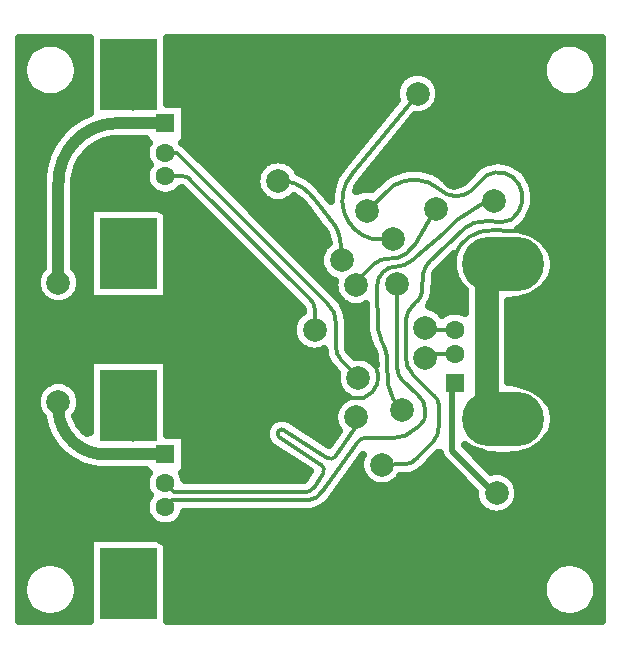
<source format=gbr>
G04 DipTrace 3.0.0.2*
G04 Bottom.gbr*
%MOIN*%
G04 #@! TF.FileFunction,Copper,L2,Bot*
G04 #@! TF.Part,Single*
G04 #@! TA.AperFunction,Conductor*
%ADD14C,0.019685*%
%ADD15C,0.011811*%
%ADD16C,0.03937*%
G04 #@! TA.AperFunction,ViaPad*
%ADD17C,0.07874*%
G04 #@! TA.AperFunction,CopperBalancing*
%ADD18C,0.025*%
G04 #@! TA.AperFunction,Nonconductor*
%ADD20O,0.273228X0.182677*%
G04 #@! TA.AperFunction,ComponentPad*
%ADD29R,0.062992X0.062992*%
%ADD30C,0.062992*%
%ADD31C,0.15748*%
%FSLAX26Y26*%
G04*
G70*
G90*
G75*
G01*
G04 Bottom*
%LPD*%
X1531496Y1527559D2*
D15*
Y1537402D1*
X1592520Y1598425D1*
G02X1639370Y1615354I44157J-48910D01*
G01*
G03X1698697Y1631919I5959J93183D01*
G01*
G03X1732749Y1668808I-97617J124270D01*
G01*
X1793802Y1777601D1*
X1799213Y1779528D1*
X1860236Y1377953D2*
X1767717D1*
X1759843Y1385827D1*
X1860236Y1299213D2*
X1775591D1*
X1759843Y1283465D1*
X895669Y787402D2*
X919291Y811024D1*
X1374206D1*
G03X1417004Y838135I-4438J54342D01*
G01*
X1527139Y992318D1*
X1532843Y1000302D1*
G02X1567717Y1018898I32366J-18700D01*
G01*
X1662130Y1018923D1*
G03X1693273Y1025094I3300J65006D01*
G01*
X1719268Y1041970D1*
X1738818Y1054661D1*
G03X1762756Y1108312I-27726J44537D01*
G01*
G03X1735909Y1163404I-72219J-1106D01*
G01*
X1687008Y1208268D1*
G02X1669291Y1247140I33954J38948D01*
G01*
Y1531496D1*
X895669Y866142D2*
X924803Y837008D1*
X1364567D1*
G03X1390157Y852362I-4343J36241D01*
G01*
X1420835Y898961D1*
G03X1415172Y928957I-17826J12167D01*
G01*
X1275591Y1019685D1*
G02X1294585Y1042618I8847J12006D01*
G01*
X1435419Y951076D1*
G03X1462105Y954801I10561J21794D01*
G01*
X1556718Y1095021D1*
X1531496Y1086614D1*
X1393701Y1377953D2*
Y1447753D1*
G03X1378125Y1480143I-44911J-1657D01*
G01*
X979244Y1879024D1*
G03X954631Y1889764I-22525J-18047D01*
G01*
X895669D1*
X1539370Y1216535D2*
Y1220472D1*
X1481227Y1278615D1*
G02X1464567Y1317324I43089J41485D01*
G01*
Y1397244D1*
G03X1434495Y1467080I-82457J5886D01*
G01*
X933071Y1968504D1*
X895669D1*
X980315Y1578740D2*
D14*
Y1706693D1*
X895669Y1791339D1*
X1007874Y688976D2*
X895669D1*
X1342520Y1724409D2*
D15*
X1318898D1*
X1173228Y1870079D1*
Y2059055D1*
X1401575Y2287402D1*
X1834646D1*
X1838583Y2291339D1*
Y1885827D1*
X1858268D1*
X1535433Y1326772D2*
Y1429134D1*
X1374016Y1590551D1*
Y1692913D1*
X1342520Y1724409D1*
X1860236Y1476378D2*
Y1625197D1*
G02X1985052Y1710043I119448J-41487D01*
G01*
X2124392Y1705319D1*
G02X2211811Y1588765I-25686J-110326D01*
G01*
Y869291D1*
G02X2154724Y747244I-130098J-13522D01*
G01*
G02X1904587Y681102I-249693J438239D01*
G01*
X1015748D1*
X1007874Y688976D1*
X980315Y1578740D2*
Y1531496D1*
X1188976Y1322835D1*
X1359449Y1152362D1*
X1557874D1*
G03X1595669Y1258661I-25677J68999D01*
G01*
X1584344Y1277861D1*
X1535433Y1326772D1*
X895669Y688976D2*
X665354D1*
X433071Y921260D1*
Y1228346D1*
X527559Y1322835D1*
X1188976D1*
X539370Y1137795D2*
D16*
G03X672864Y964567I155301J-18373D01*
G01*
X895669D1*
Y2066929D2*
X731496D1*
G03X539370Y1865703I5388J-197476D01*
G01*
Y1535433D1*
X2000000Y834646D2*
D14*
X1992126D1*
X1852756Y974016D1*
Y1200787D1*
X1860236D1*
X1653543Y1681102D2*
D15*
X1584646D1*
G02X1519291Y1898819I34187J128930D01*
G01*
X1736220Y2165354D1*
X1484252Y1610236D2*
X1480709D1*
Y1654331D1*
G03X1443444Y1748196I-132448J1747D01*
G01*
X1398224Y1807399D1*
X1375197Y1833465D1*
G03X1271654Y1874016I-92846J-84602D01*
G01*
X1992126Y1807087D2*
X1960630Y1803150D1*
X1866339Y1743898D1*
X1821766Y1699325D1*
X1733930Y1622705D1*
X1723228Y1612992D1*
G02X1690945Y1593307I-56900J57001D01*
G01*
X1662598Y1588976D1*
G03X1620472Y1570079I691J-57943D01*
G01*
G03X1602362Y1526753I37695J-41205D01*
G01*
X1605118Y1379134D1*
G03X1615748Y1343307I80407J4367D01*
G01*
X1622047Y1330315D1*
G02X1635875Y1273919I-129221J-61578D01*
G01*
X1637795Y1196322D1*
G03X1685039Y1110236I150608J26648D01*
G01*
X1618110Y929134D2*
X1692913Y929528D1*
G03X1735577Y951325I-3287J59085D01*
G01*
X1787008Y1002756D1*
G03X1807087Y1056293I-60540J53239D01*
G01*
Y1129283D1*
G03X1791929Y1158071I-38011J-1630D01*
G01*
X1721654Y1228346D1*
G02X1696850Y1288929I55128J57939D01*
G01*
Y1411684D1*
G02X1723093Y1462403I85609J-12147D01*
G01*
X1718898Y1456693D1*
X1735055Y1472850D1*
G03X1751969Y1508726I-40863J41189D01*
G01*
X1755906Y1567717D1*
G02X1775591Y1605118I75800J-16014D01*
G01*
X1890551Y1715354D1*
G02X1962907Y1740157I66323J-75538D01*
G01*
X2021654Y1738583D1*
G03X2047678Y1745336I-342J54841D01*
G01*
X2055374Y1751387D1*
G03X2074803Y1862205I-59308J67510D01*
G01*
G03X1964173Y1892520I-70027J-38531D01*
G01*
X1918115Y1843243D1*
G02X1807105Y1848669I-52628J61570D01*
G01*
G03X1656693Y1859843I-83019J-99592D01*
G01*
X1649606Y1854331D1*
X1566929Y1775591D1*
X1966535Y1597244D2*
D17*
Y1079921D1*
X1759843Y1385827D3*
Y1283465D3*
X1393701Y1377953D3*
X1539370Y1216535D3*
X1669291Y1531496D3*
X1531496Y1086614D3*
X1535433Y1326772D3*
X539370Y1535433D3*
Y1137795D3*
X980315Y1578740D3*
X1007874Y688976D3*
X2000000Y834646D3*
X1685039Y1110236D3*
X1838583Y2291339D3*
X1858268Y1885827D3*
X1401575Y2287402D3*
X1271654Y1874016D3*
X1484252Y1610236D3*
X1342520Y1724409D3*
X1799213Y1779528D3*
X1531496Y1527559D3*
X1992126Y1807087D3*
X1566929Y1775591D3*
X1618110Y929134D3*
X1736220Y2165354D3*
X1653543Y1681102D3*
X408701Y2324836D2*
D18*
X466518D1*
X557065D2*
X643032D1*
X904965D2*
X2198842D1*
X2289389D2*
X2347182D1*
X408701Y2299967D2*
X437026D1*
X586606D2*
X643032D1*
X904965D2*
X2169301D1*
X2318881D2*
X2347182D1*
X408701Y2275098D2*
X423354D1*
X600278D2*
X643032D1*
X904965D2*
X2155629D1*
X2332553D2*
X2347182D1*
X605454Y2250230D2*
X643032D1*
X904965D2*
X2150454D1*
X603745Y2225361D2*
X643032D1*
X904965D2*
X1692934D1*
X1779526D2*
X2152163D1*
X408701Y2200492D2*
X429018D1*
X594614D2*
X643032D1*
X904965D2*
X1670229D1*
X1802182D2*
X2161294D1*
X2326889D2*
X2347182D1*
X408701Y2175623D2*
X448794D1*
X574790D2*
X643032D1*
X904965D2*
X1661879D1*
X1810532D2*
X2181069D1*
X2307114D2*
X2347182D1*
X408701Y2150755D2*
X643032D1*
X904965D2*
X1662661D1*
X1809799D2*
X2347182D1*
X408701Y2125886D2*
X643032D1*
X962827D2*
X1651235D1*
X1799594D2*
X2347182D1*
X408701Y2101017D2*
X639565D1*
X962827D2*
X1630971D1*
X1772251D2*
X2347182D1*
X408701Y2076148D2*
X593178D1*
X962827D2*
X1610756D1*
X1716489D2*
X2347182D1*
X408701Y2051280D2*
X562563D1*
X962827D2*
X1590493D1*
X1696274D2*
X2347182D1*
X408701Y2026411D2*
X539370D1*
X962827D2*
X1570229D1*
X1676010D2*
X2347182D1*
X408701Y2001542D2*
X521694D1*
X680503D2*
X837563D1*
X956430D2*
X1550014D1*
X1655796D2*
X2347182D1*
X408701Y1976673D2*
X508266D1*
X642514D2*
X829018D1*
X982651D2*
X1529751D1*
X1635532D2*
X2347182D1*
X408701Y1951804D2*
X498159D1*
X620688D2*
X830678D1*
X1007553D2*
X1509536D1*
X1615317D2*
X2347182D1*
X408701Y1926936D2*
X490883D1*
X606870D2*
X840249D1*
X1032407D2*
X1219497D1*
X1323813D2*
X1489272D1*
X1595053D2*
X1943178D1*
X2066391D2*
X2347182D1*
X408701Y1902067D2*
X486342D1*
X598667D2*
X829653D1*
X1057260D2*
X1202260D1*
X1344516D2*
X1470717D1*
X1574838D2*
X1650747D1*
X1797592D2*
X1917104D1*
X2096616D2*
X2347182D1*
X408701Y1877198D2*
X484340D1*
X595102D2*
X829702D1*
X1082163D2*
X1196645D1*
X1387827D2*
X1457778D1*
X1554575D2*
X1614467D1*
X1836313D2*
X1893862D1*
X2113413D2*
X2347182D1*
X408701Y1852329D2*
X483999D1*
X594712D2*
X840444D1*
X1107016D2*
X1199917D1*
X1413169D2*
X1449331D1*
X1537192D2*
X1588344D1*
X2122983D2*
X2347182D1*
X408701Y1827461D2*
X483999D1*
X594712D2*
X875796D1*
X915561D2*
X973061D1*
X1131870D2*
X1213491D1*
X2127085D2*
X2347182D1*
X408701Y1802592D2*
X483999D1*
X594712D2*
X997915D1*
X1156723D2*
X1256411D1*
X1286899D2*
X1347817D1*
X2126303D2*
X2347182D1*
X408701Y1777723D2*
X483999D1*
X594712D2*
X641469D1*
X903403D2*
X1022768D1*
X1181626D2*
X1369204D1*
X2120737D2*
X2347182D1*
X408701Y1752854D2*
X483999D1*
X594712D2*
X641469D1*
X903403D2*
X1047671D1*
X1206479D2*
X1388198D1*
X2109116D2*
X2347182D1*
X408701Y1727986D2*
X483999D1*
X594712D2*
X641469D1*
X903403D2*
X1072524D1*
X1231333D2*
X1407192D1*
X2089731D2*
X2347182D1*
X408701Y1703117D2*
X483999D1*
X594712D2*
X641469D1*
X903403D2*
X1097378D1*
X1256235D2*
X1426186D1*
X2111118D2*
X2347182D1*
X408701Y1678248D2*
X483999D1*
X594712D2*
X641469D1*
X903501D2*
X1122280D1*
X1281088D2*
X1436342D1*
X2152329D2*
X2347182D1*
X408701Y1653379D2*
X483999D1*
X594712D2*
X641469D1*
X903403D2*
X1147133D1*
X1305942D2*
X1423403D1*
X2173911D2*
X2347182D1*
X408701Y1628510D2*
X483999D1*
X594712D2*
X641469D1*
X903403D2*
X1171987D1*
X1330844D2*
X1411538D1*
X2187241D2*
X2347182D1*
X408701Y1603642D2*
X483999D1*
X594712D2*
X641469D1*
X903403D2*
X1196840D1*
X1355698D2*
X1409487D1*
X1832993D2*
X1850161D1*
X2193149D2*
X2347182D1*
X408701Y1578773D2*
X478676D1*
X600083D2*
X641469D1*
X903403D2*
X1221743D1*
X1380551D2*
X1416372D1*
X1807065D2*
X1852651D1*
X2190659D2*
X2347182D1*
X408701Y1553904D2*
X466713D1*
X612046D2*
X641469D1*
X903403D2*
X1246596D1*
X1405454D2*
X1436049D1*
X1796665D2*
X1859292D1*
X2184018D2*
X2347182D1*
X408701Y1529035D2*
X464614D1*
X614145D2*
X641469D1*
X903403D2*
X1271450D1*
X1430307D2*
X1456460D1*
X1795004D2*
X1875307D1*
X2165903D2*
X2347182D1*
X408701Y1504167D2*
X471401D1*
X607358D2*
X641469D1*
X903403D2*
X1296352D1*
X1793296D2*
X1891469D1*
X2136606D2*
X2347182D1*
X408701Y1479298D2*
X490883D1*
X587827D2*
X1321206D1*
X1787338D2*
X1891469D1*
X2080307D2*
X2347182D1*
X408701Y1454429D2*
X1346059D1*
X1494858D2*
X1562124D1*
X1785971D2*
X1891469D1*
X2041587D2*
X2347182D1*
X408701Y1429560D2*
X1340200D1*
X1503403D2*
X1562612D1*
X2041587D2*
X2347182D1*
X408701Y1404692D2*
X1323745D1*
X1506186D2*
X1563051D1*
X2041587D2*
X2347182D1*
X408701Y1379823D2*
X1318667D1*
X1506137D2*
X1563540D1*
X2041587D2*
X2347182D1*
X408701Y1354954D2*
X1322378D1*
X1506137D2*
X1567006D1*
X2041587D2*
X2347182D1*
X408701Y1330085D2*
X1336684D1*
X1506137D2*
X1576186D1*
X2041587D2*
X2347182D1*
X408701Y1305217D2*
X1424087D1*
X1512387D2*
X1587661D1*
X2041587D2*
X2347182D1*
X408701Y1280348D2*
X1431264D1*
X1576401D2*
X1593569D1*
X2041587D2*
X2347182D1*
X408701Y1255479D2*
X640688D1*
X902622D2*
X1447085D1*
X2041587D2*
X2347182D1*
X408701Y1230610D2*
X640688D1*
X902622D2*
X1465688D1*
X2041587D2*
X2347182D1*
X408701Y1205741D2*
X511440D1*
X567319D2*
X640688D1*
X902622D2*
X1465102D1*
X2041587D2*
X2347182D1*
X408701Y1180873D2*
X478481D1*
X600229D2*
X640688D1*
X902622D2*
X1473696D1*
X2124838D2*
X2347182D1*
X408701Y1156004D2*
X466616D1*
X612094D2*
X640688D1*
X902622D2*
X1496889D1*
X2159848D2*
X2347182D1*
X408701Y1131135D2*
X464614D1*
X614096D2*
X640688D1*
X902622D2*
X1471694D1*
X2178891D2*
X2347182D1*
X408701Y1106266D2*
X471547D1*
X607212D2*
X640688D1*
X902622D2*
X1459145D1*
X2188803D2*
X2347182D1*
X408701Y1081398D2*
X486684D1*
X601059D2*
X640688D1*
X903745D2*
X1260854D1*
X1307944D2*
X1456606D1*
X2193930D2*
X2347182D1*
X408701Y1056529D2*
X492885D1*
X615268D2*
X640688D1*
X902622D2*
X1233999D1*
X1347397D2*
X1462954D1*
X2189145D2*
X2347182D1*
X408701Y1031660D2*
X502504D1*
X902622D2*
X1227944D1*
X1385629D2*
X1464321D1*
X2179917D2*
X2347182D1*
X408701Y1006791D2*
X516030D1*
X962827D2*
X1234047D1*
X1423911D2*
X1447524D1*
X2160971D2*
X2347182D1*
X408701Y981923D2*
X534438D1*
X962827D2*
X1259487D1*
X2126889D2*
X2347182D1*
X408701Y957054D2*
X560610D1*
X962827D2*
X1297719D1*
X1933042D2*
X2009340D1*
X2033969D2*
X2347182D1*
X408701Y932185D2*
X599282D1*
X962827D2*
X1336001D1*
X1774204D2*
X1831264D1*
X1957895D2*
X2347182D1*
X408701Y907316D2*
X828481D1*
X962827D2*
X1374282D1*
X1516928D2*
X1546401D1*
X1747251D2*
X1856118D1*
X1982797D2*
X2347182D1*
X408701Y882448D2*
X830581D1*
X960776D2*
X1360659D1*
X1499204D2*
X1560073D1*
X1676157D2*
X1880971D1*
X2057065D2*
X2347182D1*
X408701Y857579D2*
X829067D1*
X1481430D2*
X1603628D1*
X1632602D2*
X1905874D1*
X2071323D2*
X2347182D1*
X408701Y832710D2*
X837807D1*
X1463657D2*
X1924965D1*
X2075034D2*
X2347182D1*
X408701Y807841D2*
X831801D1*
X1446128D2*
X1930092D1*
X2069907D2*
X2347182D1*
X408701Y782972D2*
X828628D1*
X1416684D2*
X1946547D1*
X2053452D2*
X2347182D1*
X408701Y758104D2*
X835512D1*
X955844D2*
X2347182D1*
X408701Y733235D2*
X857827D1*
X933530D2*
X2347182D1*
X408701Y708366D2*
X2347182D1*
X408701Y683497D2*
X641469D1*
X903403D2*
X2347182D1*
X408701Y658629D2*
X641469D1*
X903403D2*
X2347182D1*
X408701Y633760D2*
X641469D1*
X903403D2*
X2347182D1*
X408701Y608891D2*
X641469D1*
X903403D2*
X2347182D1*
X408701Y584022D2*
X453335D1*
X570297D2*
X641469D1*
X903403D2*
X2185610D1*
X2302573D2*
X2347182D1*
X408701Y559154D2*
X431167D1*
X592465D2*
X641469D1*
X903452D2*
X2163442D1*
X2324741D2*
X2347182D1*
X602866Y534285D2*
X641469D1*
X903403D2*
X2153042D1*
X605649Y509416D2*
X641469D1*
X903403D2*
X2150258D1*
X408701Y484547D2*
X422085D1*
X601499D2*
X641469D1*
X903403D2*
X2154409D1*
X2333823D2*
X2347238D1*
X408701Y459678D2*
X434292D1*
X589340D2*
X641469D1*
X903403D2*
X2166567D1*
X2321616D2*
X2347182D1*
X408701Y434810D2*
X460122D1*
X563510D2*
X641469D1*
X903403D2*
X2192397D1*
X2295786D2*
X2347182D1*
X408701Y409941D2*
X641469D1*
X903403D2*
X2347182D1*
X2335184Y504642D2*
X2332941Y490481D1*
X2328511Y476845D1*
X2322001Y464070D1*
X2313574Y452470D1*
X2303435Y442332D1*
X2291836Y433904D1*
X2279061Y427395D1*
X2265425Y422964D1*
X2251263Y420721D1*
X2236926D1*
X2222764Y422964D1*
X2209128Y427395D1*
X2196353Y433904D1*
X2184754Y442332D1*
X2174615Y452470D1*
X2166188Y464070D1*
X2159678Y476845D1*
X2155248Y490481D1*
X2153005Y504642D1*
Y518980D1*
X2155248Y533141D1*
X2159678Y546777D1*
X2166188Y559552D1*
X2174615Y571152D1*
X2184754Y581290D1*
X2196353Y589718D1*
X2209128Y596227D1*
X2222764Y600658D1*
X2236926Y602901D1*
X2251263D1*
X2265425Y600658D1*
X2279061Y596227D1*
X2291836Y589718D1*
X2303435Y581290D1*
X2313574Y571152D1*
X2322001Y559552D1*
X2328511Y546777D1*
X2332941Y533141D1*
X2335184Y518980D1*
Y504642D1*
X602901Y2236926D2*
X600658Y2222764D1*
X596227Y2209128D1*
X589718Y2196353D1*
X581290Y2184754D1*
X571152Y2174615D1*
X559552Y2166188D1*
X546777Y2159678D1*
X533141Y2155248D1*
X518980Y2153005D1*
X504642D1*
X490481Y2155248D1*
X476845Y2159678D1*
X464070Y2166188D1*
X452470Y2174615D1*
X442332Y2184754D1*
X433904Y2196353D1*
X427395Y2209128D1*
X422964Y2222764D1*
X420721Y2236926D1*
Y2251263D1*
X422964Y2265425D1*
X427395Y2279061D1*
X433904Y2291836D1*
X442332Y2303435D1*
X452470Y2313574D1*
X464070Y2322001D1*
X476845Y2328511D1*
X490481Y2332941D1*
X504642Y2335184D1*
X518980D1*
X533141Y2332941D1*
X546777Y2328511D1*
X559552Y2322001D1*
X571152Y2313574D1*
X581290Y2303435D1*
X589718Y2291836D1*
X596227Y2279061D1*
X600658Y2265425D1*
X602901Y2251263D1*
Y2236926D1*
X2335184D2*
X2332941Y2222764D1*
X2328511Y2209128D1*
X2322001Y2196353D1*
X2313574Y2184754D1*
X2303435Y2174615D1*
X2291836Y2166188D1*
X2279061Y2159678D1*
X2265425Y2155248D1*
X2251263Y2153005D1*
X2236926D1*
X2222764Y2155248D1*
X2209128Y2159678D1*
X2196353Y2166188D1*
X2184754Y2174615D1*
X2174615Y2184754D1*
X2166188Y2196353D1*
X2159678Y2209128D1*
X2155248Y2222764D1*
X2153005Y2236926D1*
Y2251263D1*
X2155248Y2265425D1*
X2159678Y2279061D1*
X2166188Y2291836D1*
X2174615Y2303435D1*
X2184754Y2313574D1*
X2196353Y2322001D1*
X2209128Y2328511D1*
X2222764Y2332941D1*
X2236926Y2335184D1*
X2251263D1*
X2265425Y2332941D1*
X2279061Y2328511D1*
X2291836Y2322001D1*
X2303435Y2313574D1*
X2313574Y2303435D1*
X2322001Y2291836D1*
X2328511Y2279061D1*
X2332941Y2265425D1*
X2335184Y2251263D1*
Y2236926D1*
X602901Y504642D2*
X600658Y490481D1*
X596227Y476845D1*
X589718Y464070D1*
X581290Y452470D1*
X571152Y442332D1*
X559552Y433904D1*
X546777Y427395D1*
X533141Y422964D1*
X518980Y420721D1*
X504642D1*
X490481Y422964D1*
X476845Y427395D1*
X464070Y433904D1*
X452470Y442332D1*
X442332Y452470D1*
X433904Y464070D1*
X427395Y476845D1*
X422964Y490481D1*
X420721Y504642D1*
Y518980D1*
X422964Y533141D1*
X427395Y546777D1*
X433904Y559552D1*
X442332Y571152D1*
X452470Y581290D1*
X464070Y589718D1*
X476845Y596227D1*
X490481Y600658D1*
X504642Y602901D1*
X518980D1*
X533141Y600658D1*
X546777Y596227D1*
X559552Y589718D1*
X571152Y581290D1*
X581290Y571152D1*
X589718Y559552D1*
X596227Y546777D1*
X600658Y533141D1*
X602901Y518980D1*
Y504642D1*
X900080Y1029248D2*
X960350D1*
Y899886D1*
X950829D1*
X955427Y890894D1*
X958563Y881241D1*
X959575Y876083D1*
X1359032Y876099D1*
X1378691Y906035D1*
X1251495Y988920D1*
X1247409Y992381D1*
X1241746Y998643D1*
X1238537Y1003240D1*
X1234676Y1010749D1*
X1232759Y1016017D1*
X1230962Y1024267D1*
X1230466Y1029850D1*
X1230854Y1038285D1*
X1231812Y1043808D1*
X1234358Y1051859D1*
X1236706Y1056949D1*
X1241239Y1064072D1*
X1244818Y1068387D1*
X1251032Y1074103D1*
X1255602Y1077350D1*
X1263078Y1081274D1*
X1268329Y1083235D1*
X1276564Y1085101D1*
X1282143Y1085644D1*
X1290581Y1085328D1*
X1296112Y1084416D1*
X1304206Y1081928D1*
X1309293Y1079633D1*
X1316455Y1075160D1*
X1441287Y993884D1*
X1474026Y1042357D1*
X1469633Y1048704D1*
X1464464Y1058849D1*
X1460946Y1069677D1*
X1459165Y1080922D1*
Y1092307D1*
X1460946Y1103552D1*
X1464464Y1114380D1*
X1469633Y1124524D1*
X1476325Y1133735D1*
X1484375Y1141786D1*
X1493586Y1148478D1*
X1503427Y1153507D1*
X1496723Y1157837D1*
X1488066Y1165231D1*
X1480672Y1173889D1*
X1474723Y1183596D1*
X1470366Y1194115D1*
X1467708Y1205185D1*
X1466815Y1216535D1*
X1467708Y1227886D1*
X1469321Y1235251D1*
X1451491Y1253241D1*
X1444011Y1262440D1*
X1437686Y1272468D1*
X1432607Y1283181D1*
X1428847Y1294425D1*
X1426460Y1306039D1*
X1425732Y1312846D1*
X1416122Y1308949D1*
X1405051Y1306291D1*
X1393701Y1305398D1*
X1382351Y1306291D1*
X1371280Y1308949D1*
X1360761Y1313306D1*
X1351054Y1319254D1*
X1342397Y1326649D1*
X1335002Y1335306D1*
X1329054Y1345013D1*
X1324697Y1355532D1*
X1322039Y1366603D1*
X1321146Y1377953D1*
X1322039Y1389303D1*
X1324697Y1400374D1*
X1329054Y1410892D1*
X1335002Y1420600D1*
X1342397Y1429257D1*
X1351054Y1436651D1*
X1354625Y1439037D1*
X1354610Y1445843D1*
X1352100Y1450903D1*
X952298Y1850688D1*
X944853Y1847757D1*
X937676Y1840580D1*
X929465Y1834614D1*
X920422Y1830006D1*
X910769Y1826870D1*
X900744Y1825282D1*
X890594D1*
X880570Y1826870D1*
X870917Y1830006D1*
X861874Y1834614D1*
X853662Y1840580D1*
X846485Y1847757D1*
X840520Y1855968D1*
X835912Y1865011D1*
X832775Y1874664D1*
X831188Y1884689D1*
Y1894839D1*
X832775Y1904863D1*
X835912Y1914516D1*
X840520Y1923560D1*
X844385Y1929107D1*
X840520Y1934708D1*
X835912Y1943752D1*
X832775Y1953404D1*
X831188Y1963429D1*
Y1973579D1*
X832775Y1983603D1*
X835912Y1993256D1*
X840491Y2002248D1*
X830988D1*
Y2014113D1*
X733316Y2014059D1*
X718745Y2012933D1*
X704842Y2010481D1*
X691244Y2006685D1*
X678081Y2001581D1*
X665479Y1995218D1*
X653557Y1987657D1*
X642429Y1978969D1*
X632201Y1969238D1*
X622970Y1958556D1*
X614826Y1947025D1*
X607844Y1934754D1*
X602092Y1921861D1*
X597624Y1908469D1*
X594484Y1894705D1*
X592700Y1880701D1*
X592240Y1853203D1*
Y1585088D1*
X598068Y1578080D1*
X604017Y1568372D1*
X608374Y1557854D1*
X611032Y1546783D1*
X611925Y1535433D1*
X611032Y1524083D1*
X608374Y1513012D1*
X604017Y1502494D1*
X598068Y1492786D1*
X590674Y1484129D1*
X582017Y1476735D1*
X572309Y1470786D1*
X561791Y1466429D1*
X550720Y1463771D1*
X539370Y1462878D1*
X528020Y1463771D1*
X516949Y1466429D1*
X506431Y1470786D1*
X496723Y1476735D1*
X488066Y1484129D1*
X480672Y1492786D1*
X474723Y1502494D1*
X470366Y1513012D1*
X467708Y1524083D1*
X466815Y1535433D1*
X467708Y1546783D1*
X470366Y1557854D1*
X474723Y1568372D1*
X480672Y1578080D1*
X486510Y1585054D1*
X486523Y1867281D1*
X487505Y1891702D1*
X490862Y1915911D1*
X496564Y1939677D1*
X504556Y1962774D1*
X514762Y1984981D1*
X527084Y2006088D1*
X541406Y2025893D1*
X557590Y2044207D1*
X575483Y2060856D1*
X594914Y2075680D1*
X615698Y2088540D1*
X637637Y2099312D1*
X645515Y2102359D1*
X645555Y2349762D1*
X406201Y2349705D1*
Y406201D1*
X643945D1*
X643980Y684760D1*
X900902D1*
X900950Y576892D1*
X901295Y568110D1*
X900902Y547260D1*
Y406195D1*
X2349705Y406201D1*
Y2349705D1*
X902488D1*
X902476Y2131650D1*
X960350Y2131610D1*
Y2002248D1*
X952782D1*
X958458Y1998229D1*
X1040262Y1916596D1*
X1462010Y1494847D1*
X1466849Y1494620D1*
X1462492Y1505138D1*
X1459834Y1516209D1*
X1458941Y1527559D1*
X1459834Y1538909D1*
X1460394Y1541725D1*
X1451313Y1545589D1*
X1441605Y1551538D1*
X1432948Y1558932D1*
X1425554Y1567589D1*
X1419605Y1577297D1*
X1415248Y1587815D1*
X1412590Y1598886D1*
X1411697Y1610236D1*
X1412590Y1621586D1*
X1415248Y1632657D1*
X1419605Y1643176D1*
X1425554Y1652883D1*
X1432948Y1661540D1*
X1440679Y1668204D1*
X1438684Y1679036D1*
X1434932Y1690597D1*
X1429709Y1701571D1*
X1423103Y1711774D1*
X1412378Y1724468D1*
X1367870Y1782740D1*
X1346837Y1806524D1*
X1338014Y1814997D1*
X1328897Y1821702D1*
X1322958Y1822712D1*
X1314300Y1815317D1*
X1304593Y1809369D1*
X1294074Y1805012D1*
X1283004Y1802354D1*
X1271654Y1801461D1*
X1260303Y1802354D1*
X1249233Y1805012D1*
X1238714Y1809369D1*
X1229007Y1815317D1*
X1220349Y1822712D1*
X1212955Y1831369D1*
X1207006Y1841076D1*
X1202650Y1851595D1*
X1199992Y1862666D1*
X1199098Y1874016D1*
X1199992Y1885366D1*
X1202650Y1896437D1*
X1207006Y1906955D1*
X1212955Y1916663D1*
X1220349Y1925320D1*
X1229007Y1932714D1*
X1238714Y1938663D1*
X1249233Y1943020D1*
X1260303Y1945678D1*
X1271654Y1946571D1*
X1283004Y1945678D1*
X1294074Y1943020D1*
X1304593Y1938663D1*
X1314300Y1932714D1*
X1322958Y1925320D1*
X1330352Y1916663D1*
X1336301Y1906955D1*
X1337782Y1903742D1*
X1351859Y1898174D1*
X1371930Y1887048D1*
X1389214Y1874161D1*
X1404493Y1859346D1*
X1429290Y1831127D1*
X1446510Y1808582D1*
X1447020Y1825107D1*
X1450682Y1848318D1*
X1456915Y1869388D1*
X1465777Y1889494D1*
X1477123Y1908310D1*
X1496864Y1933189D1*
X1667216Y2142934D1*
X1664559Y2154004D1*
X1663665Y2165354D1*
X1664559Y2176704D1*
X1667216Y2187775D1*
X1671573Y2198294D1*
X1677522Y2208001D1*
X1684916Y2216659D1*
X1693574Y2224053D1*
X1703281Y2230001D1*
X1713800Y2234358D1*
X1724870Y2237016D1*
X1736220Y2237909D1*
X1747571Y2237016D1*
X1758641Y2234358D1*
X1769160Y2230001D1*
X1778867Y2224053D1*
X1787525Y2216659D1*
X1794919Y2208001D1*
X1800868Y2198294D1*
X1805224Y2187775D1*
X1807882Y2176704D1*
X1808776Y2165354D1*
X1807882Y2154004D1*
X1805224Y2142934D1*
X1800868Y2132415D1*
X1794919Y2122708D1*
X1787525Y2114050D1*
X1778867Y2106656D1*
X1769160Y2100707D1*
X1758641Y2096350D1*
X1747571Y2093692D1*
X1736220Y2092799D1*
X1727986Y2093324D1*
X1541068Y1863231D1*
X1534935Y1852911D1*
X1530164Y1841895D1*
X1533990Y1840238D1*
X1544508Y1844595D1*
X1555579Y1847252D1*
X1566929Y1848146D1*
X1578279Y1847252D1*
X1584231Y1846038D1*
X1625607Y1885187D1*
X1635189Y1892487D1*
X1654595Y1902773D1*
X1659539Y1904914D1*
X1679321Y1911777D1*
X1702119Y1916387D1*
X1725333Y1917818D1*
X1748524Y1916044D1*
X1771251Y1911097D1*
X1793082Y1903073D1*
X1813602Y1892123D1*
X1832695Y1878203D1*
X1839306Y1872181D1*
X1847344Y1867177D1*
X1853199Y1864822D1*
X1862517Y1863138D1*
X1868828Y1863110D1*
X1878109Y1864984D1*
X1883985Y1867287D1*
X1891951Y1872479D1*
X1937797Y1921371D1*
X1942635Y1925142D1*
X1956120Y1932228D1*
X1960920Y1934254D1*
X1973927Y1938622D1*
X1989488Y1941704D1*
X2005321Y1942689D1*
X2021144Y1941559D1*
X2036676Y1938335D1*
X2051642Y1933074D1*
X2065775Y1925870D1*
X2078824Y1916850D1*
X2090558Y1906174D1*
X2100768Y1894033D1*
X2109273Y1880642D1*
X2116555Y1864839D1*
X2121650Y1848168D1*
X2124451Y1830963D1*
X2124905Y1813537D1*
X2123005Y1796209D1*
X2118785Y1779296D1*
X2112323Y1763106D1*
X2103736Y1747936D1*
X2093181Y1734063D1*
X2080561Y1721509D1*
X2072713Y1715293D1*
X2115086Y1700827D1*
X2120398Y1697938D1*
X2152729Y1676199D1*
X2158243Y1670681D1*
X2179472Y1642664D1*
X2182899Y1635656D1*
X2190559Y1604106D1*
X2191453Y1596357D1*
X2190512Y1588613D1*
X2183173Y1558072D1*
X2179928Y1550978D1*
X2158571Y1522654D1*
X2153146Y1517049D1*
X2120398Y1494975D1*
X2113448Y1491431D1*
X2072073Y1477433D1*
X2067364Y1476588D1*
X2039056Y1473590D1*
X2039091Y1203543D1*
X2069943Y1200201D1*
X2074571Y1198989D1*
X2115086Y1185079D1*
X2120398Y1182190D1*
X2152729Y1160451D1*
X2158243Y1154933D1*
X2179472Y1126916D1*
X2182899Y1119908D1*
X2190559Y1088358D1*
X2191453Y1080609D1*
X2190512Y1072865D1*
X2183173Y1042324D1*
X2179928Y1035230D1*
X2158571Y1006906D1*
X2153146Y1001301D1*
X2120398Y979227D1*
X2113448Y975683D1*
X2072073Y961685D1*
X2067364Y960840D1*
X2022548Y956197D1*
X2018159Y956369D1*
X1973364Y961216D1*
X1968736Y962428D1*
X1947706Y969592D1*
X1931949Y973474D1*
X1923704Y976516D1*
X1915722Y980195D1*
X1908055Y984489D1*
X1895760Y993304D1*
X1900859Y986763D1*
X1982583Y905039D1*
X1988650Y906308D1*
X2000000Y907201D1*
X2011350Y906308D1*
X2022421Y903650D1*
X2032939Y899293D1*
X2042647Y893344D1*
X2051304Y885950D1*
X2058698Y877292D1*
X2064647Y867585D1*
X2069004Y857066D1*
X2071662Y845996D1*
X2072555Y834646D1*
X2071662Y823296D1*
X2069004Y812225D1*
X2064647Y801706D1*
X2058698Y791999D1*
X2051304Y783341D1*
X2042647Y775947D1*
X2032939Y769999D1*
X2022421Y765642D1*
X2011350Y762984D1*
X2000000Y762091D1*
X1988650Y762984D1*
X1977579Y765642D1*
X1967061Y769999D1*
X1957353Y775947D1*
X1948696Y783341D1*
X1941302Y791999D1*
X1935353Y801706D1*
X1930996Y812225D1*
X1928338Y823296D1*
X1927445Y834646D1*
X1927591Y838359D1*
X1820037Y946072D1*
X1816069Y951534D1*
X1813004Y957550D1*
X1810917Y963971D1*
X1810213Y967665D1*
X1805810Y966276D1*
X1756362Y916484D1*
X1745731Y907937D1*
X1734019Y900945D1*
X1721451Y895643D1*
X1708270Y892131D1*
X1694359Y890477D1*
X1679399Y890365D1*
X1673282Y882013D1*
X1665231Y873963D1*
X1656020Y867270D1*
X1645876Y862102D1*
X1635048Y858583D1*
X1623803Y856802D1*
X1612418D1*
X1601173Y858583D1*
X1590345Y862102D1*
X1580200Y867270D1*
X1570989Y873963D1*
X1562939Y882013D1*
X1556247Y891224D1*
X1551078Y901368D1*
X1547560Y912196D1*
X1545779Y923441D1*
Y934826D1*
X1547560Y946072D1*
X1551078Y956899D1*
X1553286Y961689D1*
X1443435Y807604D1*
X1434785Y798016D1*
X1424898Y789709D1*
X1413963Y782842D1*
X1402186Y777545D1*
X1389792Y773920D1*
X1377017Y772034D1*
X1261706Y771933D1*
X958435D1*
X955427Y762649D1*
X950819Y753606D1*
X944853Y745395D1*
X937676Y738218D1*
X929465Y732252D1*
X920422Y727644D1*
X910769Y724508D1*
X900744Y722920D1*
X890594D1*
X880570Y724508D1*
X870917Y727644D1*
X861874Y732252D1*
X853662Y738218D1*
X846485Y745395D1*
X840520Y753606D1*
X835912Y762649D1*
X832775Y772302D1*
X831188Y782327D1*
Y792476D1*
X832775Y802501D1*
X835912Y812154D1*
X840520Y821197D1*
X844385Y826744D1*
X840520Y832346D1*
X835912Y841389D1*
X832775Y851042D1*
X831188Y861067D1*
Y871217D1*
X832775Y881241D1*
X835912Y890894D1*
X840491Y899886D1*
X830988D1*
Y911751D1*
X668715Y911860D1*
X662387Y912745D1*
X639750Y917532D1*
X616146Y925490D1*
X593654Y936197D1*
X572595Y949501D1*
X553265Y965213D1*
X535941Y983112D1*
X520866Y1002942D1*
X508254Y1024423D1*
X498285Y1047251D1*
X491100Y1071102D1*
X488066Y1086491D1*
X480672Y1095148D1*
X474723Y1104856D1*
X470366Y1115375D1*
X467708Y1126445D1*
X466815Y1137795D1*
X467708Y1149145D1*
X470366Y1160216D1*
X474723Y1170735D1*
X480672Y1180442D1*
X488066Y1189099D1*
X496723Y1196494D1*
X506431Y1202442D1*
X516949Y1206799D1*
X528020Y1209457D1*
X539370Y1210350D1*
X550720Y1209457D1*
X561791Y1206799D1*
X572309Y1202442D1*
X582017Y1196494D1*
X590674Y1189099D1*
X598068Y1180442D1*
X604017Y1170735D1*
X608374Y1160216D1*
X611032Y1149145D1*
X611925Y1137795D1*
X611032Y1126445D1*
X608374Y1115375D1*
X604017Y1104856D1*
X598068Y1095148D1*
X595217Y1091531D1*
X597871Y1082994D1*
X602887Y1071748D1*
X609203Y1061178D1*
X616731Y1051434D1*
X625363Y1042653D1*
X634978Y1034960D1*
X643193Y1037976D1*
Y1278067D1*
X900114D1*
Y1101651D1*
X901295Y1085433D1*
X900115Y1069595D1*
X900114Y1029288D1*
X900950Y1661691D2*
X900902Y1480594D1*
X643980D1*
Y1783185D1*
X900902D1*
X900950Y1679254D1*
X901295Y1670472D1*
X900950Y1661691D1*
X1819055Y1427788D2*
X1826440Y1433102D1*
X1835484Y1437710D1*
X1845137Y1440847D1*
X1855161Y1442434D1*
X1865311D1*
X1875336Y1440847D1*
X1884989Y1437710D1*
X1893980Y1433132D1*
X1893846Y1512136D1*
X1887392Y1518101D1*
X1881427Y1524554D1*
X1875986Y1531456D1*
X1871104Y1538763D1*
X1867296Y1545563D1*
X1862510Y1552493D1*
X1859643Y1559748D1*
X1852247Y1591364D1*
X1851964Y1599160D1*
X1852748Y1604106D1*
X1859142Y1631098D1*
X1804189Y1578382D1*
X1800537Y1573954D1*
X1797770Y1569450D1*
X1795649Y1564608D1*
X1794077Y1552641D1*
X1790550Y1502441D1*
X1788638Y1491449D1*
X1784578Y1478533D1*
X1778761Y1466307D1*
X1773270Y1457819D1*
X1782263Y1454831D1*
X1792782Y1450474D1*
X1802489Y1444525D1*
X1811147Y1437131D1*
X1818541Y1428474D1*
X1818998Y1427789D1*
X1495630Y1446839D2*
X1497763Y1440999D1*
X1501475Y1427142D1*
X1500551Y1430901D1*
X1501842Y1424905D1*
X1503691Y1408405D1*
X1501842Y1424905D1*
X1503632Y1410671D1*
X1503658Y1322244D1*
X1507749Y1307756D1*
X1506512Y1309620D1*
X1504531Y1314153D1*
X1503961Y1316564D1*
X1503658Y1322244D1*
Y1319265D1*
X1509870Y1305255D1*
X1527081Y1288011D1*
X1533677Y1288867D1*
X1545063D1*
X1556308Y1287086D1*
X1567136Y1283568D1*
X1577280Y1278399D1*
X1586491Y1271707D1*
X1594541Y1263656D1*
X1597118Y1260388D1*
X1596084Y1280216D1*
X1593814Y1293616D1*
X1590751Y1303782D1*
X1582673Y1321922D1*
X1574769Y1338441D1*
X1570264Y1351688D1*
X1567337Y1365371D1*
X1566034Y1378404D1*
X1564435Y1462912D1*
X1553917Y1458555D1*
X1542846Y1455897D1*
X1531496Y1455004D1*
X1520146Y1455897D1*
X1509075Y1458555D1*
X1498557Y1462912D1*
X1488849Y1468861D1*
X1480192Y1476255D1*
X1472798Y1484912D1*
X1466849Y1494620D1*
X1461421Y1495419D1*
X1471640Y1485646D1*
X1468897Y1488379D1*
X1473115Y1483925D1*
X1482038Y1472692D1*
X1479693Y1475773D1*
X1483265Y1470786D1*
X1491533Y1456388D1*
X1497096Y1443165D1*
X1497987Y1440141D1*
X1491871Y1455569D1*
X1483265Y1470786D1*
X1490576Y1458443D1*
X1491843Y1455647D1*
D29*
X895669Y964567D3*
D30*
Y866142D3*
Y787402D3*
Y688976D3*
D31*
X789370Y1085433D3*
Y568110D3*
D29*
X895669Y2066929D3*
D30*
Y1968504D3*
Y1889764D3*
Y1791339D3*
D31*
X789370Y2187795D3*
Y1670472D3*
D29*
X1860236Y1200787D3*
D30*
Y1299213D3*
Y1377953D3*
Y1476378D3*
D31*
X1966535Y1079921D3*
Y1597244D3*
G36*
X677165Y651575D2*
X867717D1*
Y415354D1*
X677165D1*
Y651575D1*
G37*
G36*
X676378Y1244882D2*
X866929D1*
Y1008661D1*
X676378D1*
Y1244882D1*
G37*
G36*
X677165Y1750000D2*
X867717D1*
Y1513780D1*
X677165D1*
Y1750000D1*
G37*
G36*
X678740Y2347244D2*
X869291D1*
Y2111024D1*
X678740D1*
Y2347244D1*
G37*
D20*
X2021654Y1596457D3*
Y1080709D3*
M02*

</source>
